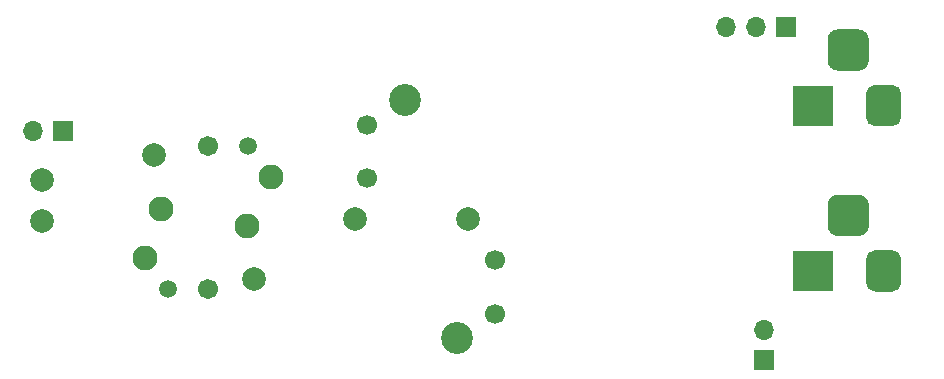
<source format=gbs>
G04 #@! TF.GenerationSoftware,KiCad,Pcbnew,(5.1.6-0-10_14)*
G04 #@! TF.CreationDate,2021-11-25T16:37:17+09:00*
G04 #@! TF.ProjectId,peltier+relay,70656c74-6965-4722-9b72-656c61792e6b,rev?*
G04 #@! TF.SameCoordinates,Original*
G04 #@! TF.FileFunction,Soldermask,Bot*
G04 #@! TF.FilePolarity,Negative*
%FSLAX46Y46*%
G04 Gerber Fmt 4.6, Leading zero omitted, Abs format (unit mm)*
G04 Created by KiCad (PCBNEW (5.1.6-0-10_14)) date 2021-11-25 16:37:17*
%MOMM*%
%LPD*%
G01*
G04 APERTURE LIST*
%ADD10C,2.000000*%
%ADD11R,3.500000X3.500000*%
%ADD12C,2.700000*%
%ADD13C,1.700000*%
%ADD14C,2.108200*%
%ADD15C,2.006600*%
%ADD16C,1.701800*%
%ADD17C,1.498600*%
%ADD18O,1.700000X1.700000*%
%ADD19R,1.700000X1.700000*%
G04 APERTURE END LIST*
D10*
X104750000Y-99770000D03*
X104750000Y-96270000D03*
D11*
X170000000Y-104000000D03*
G36*
G01*
X177500000Y-103000000D02*
X177500000Y-105000000D01*
G75*
G02*
X176750000Y-105750000I-750000J0D01*
G01*
X175250000Y-105750000D01*
G75*
G02*
X174500000Y-105000000I0J750000D01*
G01*
X174500000Y-103000000D01*
G75*
G02*
X175250000Y-102250000I750000J0D01*
G01*
X176750000Y-102250000D01*
G75*
G02*
X177500000Y-103000000I0J-750000D01*
G01*
G37*
G36*
G01*
X174750000Y-98425000D02*
X174750000Y-100175000D01*
G75*
G02*
X173875000Y-101050000I-875000J0D01*
G01*
X172125000Y-101050000D01*
G75*
G02*
X171250000Y-100175000I0J875000D01*
G01*
X171250000Y-98425000D01*
G75*
G02*
X172125000Y-97550000I875000J0D01*
G01*
X173875000Y-97550000D01*
G75*
G02*
X174750000Y-98425000I0J-875000D01*
G01*
G37*
G36*
G01*
X174750000Y-84425000D02*
X174750000Y-86175000D01*
G75*
G02*
X173875000Y-87050000I-875000J0D01*
G01*
X172125000Y-87050000D01*
G75*
G02*
X171250000Y-86175000I0J875000D01*
G01*
X171250000Y-84425000D01*
G75*
G02*
X172125000Y-83550000I875000J0D01*
G01*
X173875000Y-83550000D01*
G75*
G02*
X174750000Y-84425000I0J-875000D01*
G01*
G37*
G36*
G01*
X177500000Y-89000000D02*
X177500000Y-91000000D01*
G75*
G02*
X176750000Y-91750000I-750000J0D01*
G01*
X175250000Y-91750000D01*
G75*
G02*
X174500000Y-91000000I0J750000D01*
G01*
X174500000Y-89000000D01*
G75*
G02*
X175250000Y-88250000I750000J0D01*
G01*
X176750000Y-88250000D01*
G75*
G02*
X177500000Y-89000000I0J-750000D01*
G01*
G37*
X170000000Y-90000000D03*
D12*
X139880000Y-109710000D03*
D13*
X143130000Y-107610000D03*
X143130000Y-103110000D03*
D10*
X140780000Y-99610000D03*
D12*
X135480000Y-89510000D03*
D13*
X132230000Y-91610000D03*
X132230000Y-96110000D03*
D10*
X131280000Y-99610000D03*
D14*
X114830000Y-98720000D03*
D15*
X114230000Y-94220000D03*
D16*
X118780000Y-93420000D03*
D17*
X122180000Y-93420000D03*
D14*
X124130000Y-96070000D03*
X122130000Y-100220000D03*
D15*
X122730000Y-104720000D03*
D16*
X118780000Y-105520000D03*
D17*
X115380000Y-105520000D03*
D14*
X113430000Y-102870000D03*
D18*
X162690010Y-83330008D03*
X165230010Y-83330008D03*
D19*
X167770010Y-83330008D03*
D18*
X103940000Y-92160000D03*
D19*
X106480000Y-92160000D03*
D18*
X165879400Y-108996100D03*
D19*
X165879400Y-111536100D03*
M02*

</source>
